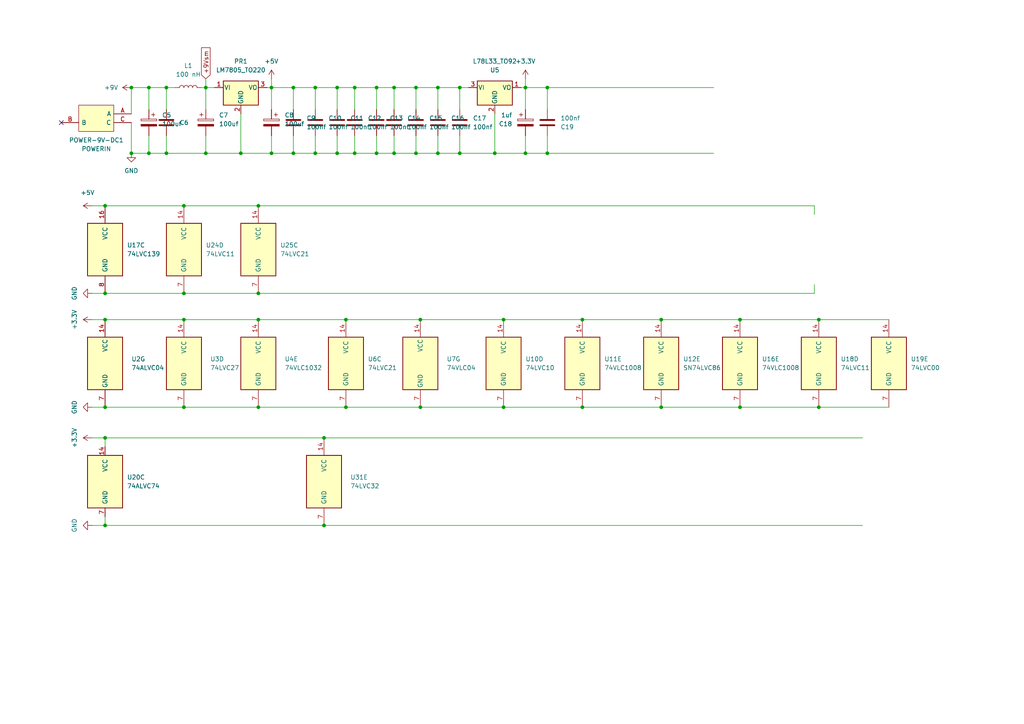
<source format=kicad_sch>
(kicad_sch (version 20211123) (generator eeschema)
  (paper "A4")
  (title_block (title "JupiterAce Z80 plus KIO and new memory format.") (rev "${REVNUM}") (company "Ontobus") (comment 1 "John Bradley") (comment 2 "https://creativecommons.org/licenses/by-nc-sa/4.0/") (comment 3 "Attribution-NonCommercial-ShareAlike 4.0 International License.") (comment 4 "This work is licensed under a Creative Commons "))
  (lib_symbols
    (symbol "74xx-FIX:74LS04"
      (property "Reference" "U" (at 0 1.27 0))
      (property "Value" "74LS04" (at 0 -1.27 0))
      (symbol "74LS04_1_0"
        (pin input line (at -7.62 0 0) (length 3.81) (name "~") (number "1"))
        (pin output inverted (at 7.62 0 180) (length 3.81) (name "~") (number "2"))
      )
      (symbol "74LS04_2_0"
        (pin input line (at -7.62 0 0) (length 3.81) (name "~") (number "3"))
        (pin output inverted (at 7.62 0 180) (length 3.81) (name "~") (number "4"))
      )
      (symbol "74LS04_3_0"
        (pin input line (at -7.62 0 0) (length 3.81) (name "~") (number "5"))
        (pin output inverted (at 7.62 0 180) (length 3.81) (name "~") (number "6"))
      )
      (symbol "74LS04_4_0"
        (pin output inverted (at 7.62 0 180) (length 3.81) (name "~") (number "8"))
        (pin input line (at -7.62 0 0) (length 3.81) (name "~") (number "9"))
      )
      (symbol "74LS04_5_0"
        (pin output inverted (at 7.62 0 180) (length 3.81) (name "~") (number "10"))
        (pin input line (at -7.62 0 0) (length 3.81) (name "~") (number "11"))
      )
      (symbol "74LS04_6_0"
        (pin output inverted (at 7.62 0 180) (length 3.81) (name "~") (number "12"))
        (pin input line (at -7.62 0 0) (length 3.81) (name "~") (number "13"))
      )
      (symbol "74LS04_7_0"
        (pin power_in line (at 0 12.7 270) (length 5.08) (name "VCC") (number "14"))
        (pin power_in line (at 0 -12.7 90) (length 5.08) (name "GND") (number "7"))
      )
    )
    (symbol "74xx-FIX:74LS10" (pin_names (offset 1.016))
      (property "Reference" "U" (at 0 1.27 0))
      (property "Value" "74LS10" (at 0 -1.27 0))
      (symbol "74LS10_1_1"
        (pin input line (at -7.62 2.54 0) (length 3.81) (name "~") (number "1"))
        (pin output inverted (at 7.62 0 180) (length 3.81) (name "~") (number "12"))
        (pin input line (at -7.62 -2.54 0) (length 3.81) (name "~") (number "13"))
        (pin input line (at -7.62 0 0) (length 3.81) (name "~") (number "2"))
      )
      (symbol "74LS10_1_2"
        (pin input inverted (at -7.62 2.54 0) (length 4.318) (name "~") (number "1"))
        (pin output line (at 7.62 0 180) (length 3.81) (name "~") (number "12"))
        (pin input inverted (at -7.62 -2.54 0) (length 4.318) (name "~") (number "13"))
        (pin input inverted (at -7.62 0 0) (length 4.953) (name "~") (number "2"))
      )
      (symbol "74LS10_2_1"
        (pin input line (at -7.62 2.54 0) (length 3.81) (name "~") (number "3"))
        (pin input line (at -7.62 0 0) (length 3.81) (name "~") (number "4"))
        (pin input line (at -7.62 -2.54 0) (length 3.81) (name "~") (number "5"))
        (pin output inverted (at 7.62 0 180) (length 3.81) (name "~") (number "6"))
      )
      (symbol "74LS10_2_2"
        (pin input inverted (at -7.62 2.54 0) (length 4.318) (name "~") (number "3"))
        (pin input inverted (at -7.62 0 0) (length 4.953) (name "~") (number "4"))
        (pin input inverted (at -7.62 -2.54 0) (length 4.318) (name "~") (number "5"))
        (pin output line (at 7.62 0 180) (length 3.81) (name "~") (number "6"))
      )
      (symbol "74LS10_3_1"
        (pin input line (at -7.62 0 0) (length 3.81) (name "~") (number "10"))
        (pin input line (at -7.62 -2.54 0) (length 3.81) (name "~") (number "11"))
        (pin output inverted (at 7.62 0 180) (length 3.81) (name "~") (number "8"))
        (pin input line (at -7.62 2.54 0) (length 3.81) (name "~") (number "9"))
      )
      (symbol "74LS10_3_2"
        (pin input inverted (at -7.62 0 0) (length 4.953) (name "~") (number "10"))
        (pin input inverted (at -7.62 -2.54 0) (length 4.318) (name "~") (number "11"))
        (pin output line (at 7.62 0 180) (length 3.81) (name "~") (number "8"))
        (pin input inverted (at -7.62 2.54 0) (length 4.318) (name "~") (number "9"))
      )
      (symbol "74LS10_4_0"
        (pin power_in line (at 0 12.7 270) (length 5.08) (name "VCC") (number "14"))
        (pin power_in line (at 0 -12.7 90) (length 5.08) (name "GND") (number "7"))
      )
    )
    (symbol "74xx-FIX:74LS21" (pin_names (offset 1.016))
      (property "Reference" "U" (at 0 1.27 0))
      (property "Value" "74LS21" (at 0 -1.27 0))
      (symbol "74LS21_1_0"
        (pin no_connect line (at 2.54 -2.54 180) (length 2.54) hide (name "") (number "11"))
        (pin no_connect line (at 2.54 -1.27 180) (length 2.54) hide (name "") (number "3"))
      )
      (symbol "74LS21_1_1"
        (pin input line (at -7.62 3.81 0) (length 3.81) (name "~") (number "1"))
        (pin input line (at -7.62 1.27 0) (length 3.81) (name "~") (number "2"))
        (pin input line (at -7.62 -1.27 0) (length 3.81) (name "~") (number "4"))
        (pin input line (at -7.62 -3.81 0) (length 3.81) (name "~") (number "5"))
        (pin output line (at 7.62 0 180) (length 3.81) (name "~") (number "6"))
      )
      (symbol "74LS21_1_2"
        (pin input inverted (at -7.62 3.81 0) (length 3.81) (name "~") (number "1"))
        (pin input inverted (at -7.62 1.27 0) (length 4.826) (name "~") (number "2"))
        (pin input inverted (at -7.62 -1.27 0) (length 4.826) (name "~") (number "4"))
        (pin input inverted (at -7.62 -3.81 0) (length 3.81) (name "~") (number "5"))
        (pin output inverted (at 7.62 0 180) (length 3.81) (name "~") (number "6"))
      )
      (symbol "74LS21_2_1"
        (pin input line (at -7.62 1.27 0) (length 3.81) (name "~") (number "10"))
        (pin input line (at -7.62 -1.27 0) (length 3.81) (name "~") (number "12"))
        (pin input line (at -7.62 -3.81 0) (length 3.81) (name "~") (number "13"))
        (pin output line (at 7.62 0 180) (length 3.81) (name "~") (number "8"))
        (pin input line (at -7.62 3.81 0) (length 3.81) (name "~") (number "9"))
      )
      (symbol "74LS21_2_2"
        (pin input inverted (at -7.62 1.27 0) (length 4.826) (name "~") (number "10"))
        (pin input inverted (at -7.62 -1.27 0) (length 4.826) (name "~") (number "12"))
        (pin input inverted (at -7.62 -3.81 0) (length 3.81) (name "~") (number "13"))
        (pin output inverted (at 7.62 0 180) (length 3.81) (name "~") (number "8"))
        (pin input inverted (at -7.62 3.81 0) (length 3.81) (name "~") (number "9"))
      )
      (symbol "74LS21_3_0"
        (pin power_in line (at 0 12.7 270) (length 5.08) (name "VCC") (number "14"))
        (pin power_in line (at 0 -12.7 90) (length 5.08) (name "GND") (number "7"))
      )
    )
    (symbol "74xx-FIX:74LS27" (pin_names (offset 1.016))
      (property "Reference" "U" (at 0 1.27 0))
      (property "Value" "74LS27" (at 0 -1.27 0))
      (symbol "74LS27_1_1"
        (pin input line (at -7.62 2.54 0) (length 4.318) (name "~") (number "1"))
        (pin output inverted (at 7.62 0 180) (length 3.81) (name "~") (number "12"))
        (pin input line (at -7.62 -2.54 0) (length 4.318) (name "~") (number "13"))
        (pin input line (at -7.62 0 0) (length 4.953) (name "~") (number "2"))
      )
      (symbol "74LS27_1_2"
        (pin input inverted (at -7.62 2.54 0) (length 3.81) (name "~") (number "1"))
        (pin output line (at 7.62 0 180) (length 3.81) (name "~") (number "12"))
        (pin input inverted (at -7.62 -2.54 0) (length 3.81) (name "~") (number "13"))
        (pin input inverted (at -7.62 0 0) (length 3.81) (name "~") (number "2"))
      )
      (symbol "74LS27_2_1"
        (pin input line (at -7.62 2.54 0) (length 4.318) (name "~") (number "3"))
        (pin input line (at -7.62 0 0) (length 4.953) (name "~") (number "4"))
        (pin input line (at -7.62 -2.54 0) (length 4.318) (name "~") (number "5"))
        (pin output inverted (at 7.62 0 180) (length 3.81) (name "~") (number "6"))
      )
      (symbol "74LS27_2_2"
        (pin input inverted (at -7.62 2.54 0) (length 3.81) (name "~") (number "3"))
        (pin input inverted (at -7.62 0 0) (length 3.81) (name "~") (number "4"))
        (pin input inverted (at -7.62 -2.54 0) (length 3.81) (name "~") (number "5"))
        (pin output line (at 7.62 0 180) (length 3.81) (name "~") (number "6"))
      )
      (symbol "74LS27_3_1"
        (pin input line (at -7.62 0 0) (length 4.953) (name "~") (number "10"))
        (pin input line (at -7.62 -2.54 0) (length 4.318) (name "~") (number "11"))
        (pin output inverted (at 7.62 0 180) (length 3.81) (name "~") (number "8"))
        (pin input line (at -7.62 2.54 0) (length 4.318) (name "~") (number "9"))
      )
      (symbol "74LS27_3_2"
        (pin input inverted (at -7.62 0 0) (length 3.81) (name "~") (number "10"))
        (pin input inverted (at -7.62 -2.54 0) (length 3.81) (name "~") (number "11"))
        (pin output line (at 7.62 0 180) (length 3.81) (name "~") (number "8"))
        (pin input inverted (at -7.62 2.54 0) (length 3.81) (name "~") (number "9"))
      )
      (symbol "74LS27_4_0"
        (pin power_in line (at 0 12.7 270) (length 5.08) (name "VCC") (number "14"))
        (pin power_in line (at 0 -12.7 90) (length 5.08) (name "GND") (number "7"))
      )
    )
    (symbol "74xx-FIX:74LS32" (pin_names (offset 1.016))
      (property "Reference" "U" (at 0 1.27 0))
      (property "Value" "74LS32" (at 0 -1.27 0))
      (symbol "74LS32_1_1"
        (pin input line (at -7.62 2.54 0) (length 4.318) (name "~") (number "1"))
        (pin input line (at -7.62 -2.54 0) (length 4.318) (name "~") (number "2"))
        (pin output line (at 7.62 0 180) (length 3.81) (name "~") (number "3"))
      )
      (symbol "74LS32_1_2"
        (pin input inverted (at -7.62 2.54 0) (length 3.81) (name "~") (number "1"))
        (pin input inverted (at -7.62 -2.54 0) (length 3.81) (name "~") (number "2"))
        (pin output inverted (at 7.62 0 180) (length 3.81) (name "~") (number "3"))
      )
      (symbol "74LS32_2_1"
        (pin input line (at -7.62 2.54 0) (length 4.318) (name "~") (number "4"))
        (pin input line (at -7.62 -2.54 0) (length 4.318) (name "~") (number "5"))
        (pin output line (at 7.62 0 180) (length 3.81) (name "~") (number "6"))
      )
      (symbol "74LS32_2_2"
        (pin input inverted (at -7.62 2.54 0) (length 3.81) (name "~") (number "4"))
        (pin input inverted (at -7.62 -2.54 0) (length 3.81) (name "~") (number "5"))
        (pin output inverted (at 7.62 0 180) (length 3.81) (name "~") (number "6"))
      )
      (symbol "74LS32_3_1"
        (pin input line (at -7.62 -2.54 0) (length 4.318) (name "~") (number "10"))
        (pin output line (at 7.62 0 180) (length 3.81) (name "~") (number "8"))
        (pin input line (at -7.62 2.54 0) (length 4.318) (name "~") (number "9"))
      )
      (symbol "74LS32_3_2"
        (pin input inverted (at -7.62 -2.54 0) (length 3.81) (name "~") (number "10"))
        (pin output inverted (at 7.62 0 180) (length 3.81) (name "~") (number "8"))
        (pin input inverted (at -7.62 2.54 0) (length 3.81) (name "~") (number "9"))
      )
      (symbol "74LS32_4_1"
        (pin output line (at 7.62 0 180) (length 3.81) (name "~") (number "11"))
        (pin input line (at -7.62 2.54 0) (length 4.318) (name "~") (number "12"))
        (pin input line (at -7.62 -2.54 0) (length 4.318) (name "~") (number "13"))
      )
      (symbol "74LS32_4_2"
        (pin output inverted (at 7.62 0 180) (length 3.81) (name "~") (number "11"))
        (pin input inverted (at -7.62 2.54 0) (length 3.81) (name "~") (number "12"))
        (pin input inverted (at -7.62 -2.54 0) (length 3.81) (name "~") (number "13"))
      )
      (symbol "74LS32_5_0"
        (pin power_in line (at 0 12.7 270) (length 5.08) (name "VCC") (number "14"))
        (pin power_in line (at 0 -12.7 90) (length 5.08) (name "GND") (number "7"))
      )
    )
    (symbol "74xx:74LS00" (pin_names (offset 1.016))
      (property "Reference" "U" (at 0 1.27 0))
      (property "Value" "74LS00" (at 0 -1.27 0))
      (symbol "74LS00_1_1"
        (pin input line (at -7.62 2.54 0) (length 3.81) (name "~") (number "1"))
        (pin input line (at -7.62 -2.54 0) (length 3.81) (name "~") (number "2"))
        (pin output inverted (at 7.62 0 180) (length 3.81) (name "~") (number "3"))
      )
      (symbol "74LS00_1_2"
        (pin input inverted (at -7.62 2.54 0) (length 4.318) (name "~") (number "1"))
        (pin input inverted (at -7.62 -2.54 0) (length 4.318) (name "~") (number "2"))
        (pin output line (at 7.62 0 180) (length 3.81) (name "~") (number "3"))
      )
      (symbol "74LS00_2_1"
        (pin input line (at -7.62 2.54 0) (length 3.81) (name "~") (number "4"))
        (pin input line (at -7.62 -2.54 0) (length 3.81) (name "~") (number "5"))
        (pin output inverted (at 7.62 0 180) (length 3.81) (name "~") (number "6"))
      )
      (symbol "74LS00_2_2"
        (pin input inverted (at -7.62 2.54 0) (length 4.318) (name "~") (number "4"))
        (pin input inverted (at -7.62 -2.54 0) (length 4.318) (name "~") (number "5"))
        (pin output line (at 7.62 0 180) (length 3.81) (name "~") (number "6"))
      )
      (symbol "74LS00_3_1"
        (pin input line (at -7.62 -2.54 0) (length 3.81) (name "~") (number "10"))
        (pin output inverted (at 7.62 0 180) (length 3.81) (name "~") (number "8"))
        (pin input line (at -7.62 2.54 0) (length 3.81) (name "~") (number "9"))
      )
      (symbol "74LS00_3_2"
        (pin input inverted (at -7.62 -2.54 0) (length 4.318) (name "~") (number "10"))
        (pin output line (at 7.62 0 180) (length 3.81) (name "~") (number "8"))
        (pin input inverted (at -7.62 2.54 0) (length 4.318) (name "~") (number "9"))
      )
      (symbol "74LS00_4_1"
        (pin output inverted (at 7.62 0 180) (length 3.81) (name "~") (number "11"))
        (pin input line (at -7.62 2.54 0) (length 3.81) (name "~") (number "12"))
        (pin input line (at -7.62 -2.54 0) (length 3.81) (name "~") (number "13"))
      )
      (symbol "74LS00_4_2"
        (pin output line (at 7.62 0 180) (length 3.81) (name "~") (number "11"))
        (pin input inverted (at -7.62 2.54 0) (length 4.318) (name "~") (number "12"))
        (pin input inverted (at -7.62 -2.54 0) (length 4.318) (name "~") (number "13"))
      )
      (symbol "74LS00_5_0"
        (pin power_in line (at 0 12.7 270) (length 5.08) (name "VCC") (number "14"))
        (pin power_in line (at 0 -12.7 90) (length 5.08) (name "GND") (number "7"))
      )
    )
    (symbol "74xx:74LS04"
      (property "Reference" "U" (at 0 1.27 0))
      (property "Value" "74LS04" (at 0 -1.27 0))
      (symbol "74LS04_1_0"
        (pin input line (at -7.62 0 0) (length 3.81) (name "~") (number "1"))
        (pin output inverted (at 7.62 0 180) (length 3.81) (name "~") (number "2"))
      )
      (symbol "74LS04_2_0"
        (pin input line (at -7.62 0 0) (length 3.81) (name "~") (number "3"))
        (pin output inverted (at 7.62 0 180) (length 3.81) (name "~") (number "4"))
      )
      (symbol "74LS04_3_0"
        (pin input line (at -7.62 0 0) (length 3.81) (name "~") (number "5"))
        (pin output inverted (at 7.62 0 180) (length 3.81) (name "~") (number "6"))
      )
      (symbol "74LS04_4_0"
        (pin output inverted (at 7.62 0 180) (length 3.81) (name "~") (number "8"))
        (pin input line (at -7.62 0 0) (length 3.81) (name "~") (number "9"))
      )
      (symbol "74LS04_5_0"
        (pin output inverted (at 7.62 0 180) (length 3.81) (name "~") (number "10"))
        (pin input line (at -7.62 0 0) (length 3.81) (name "~") (number "11"))
      )
      (symbol "74LS04_6_0"
        (pin output inverted (at 7.62 0 180) (length 3.81) (name "~") (number "12"))
        (pin input line (at -7.62 0 0) (length 3.81) (name "~") (number "13"))
      )
      (symbol "74LS04_7_0"
        (pin power_in line (at 0 12.7 270) (length 5.08) (name "VCC") (number "14"))
        (pin power_in line (at 0 -12.7 90) (length 5.08) (name "GND") (number "7"))
      )
    )
    (symbol "74xx:74LS08" (pin_names (offset 1.016))
      (property "Reference" "U" (at 0 1.27 0))
      (property "Value" "74LS08" (at 0 -1.27 0))
      (symbol "74LS08_1_1"
        (pin input line (at -7.62 2.54 0) (length 3.81) (name "~") (number "1"))
        (pin input line (at -7.62 -2.54 0) (length 3.81) (name "~") (number "2"))
        (pin output line (at 7.62 0 180) (length 3.81) (name "~") (number "3"))
      )
      (symbol "74LS08_1_2"
        (pin input inverted (at -7.62 2.54 0) (length 4.318) (name "~") (number "1"))
        (pin input inverted (at -7.62 -2.54 0) (length 4.318) (name "~") (number "2"))
        (pin output inverted (at 7.62 0 180) (length 3.81) (name "~") (number "3"))
      )
      (symbol "74LS08_2_1"
        (pin input line (at -7.62 2.54 0) (length 3.81) (name "~") (number "4"))
        (pin input line (at -7.62 -2.54 0) (length 3.81) (name "~") (number "5"))
        (pin output line (at 7.62 0 180) (length 3.81) (name "~") (number "6"))
      )
      (symbol "74LS08_2_2"
        (pin input inverted (at -7.62 2.54 0) (length 4.318) (name "~") (number "4"))
        (pin input inverted (at -7.62 -2.54 0) (length 4.318) (name "~") (number "5"))
        (pin output inverted (at 7.62 0 180) (length 3.81) (name "~") (number "6"))
      )
      (symbol "74LS08_3_1"
        (pin input line (at -7.62 -2.54 0) (length 3.81) (name "~") (number "10"))
        (pin output line (at 7.62 0 180) (length 3.81) (name "~") (number "8"))
        (pin input line (at -7.62 2.54 0) (length 3.81) (name "~") (number "9"))
      )
      (symbol "74LS08_3_2"
        (pin input inverted (at -7.62 -2.54 0) (length 4.318) (name "~") (number "10"))
        (pin output inverted (at 7.62 0 180) (length 3.81) (name "~") (number "8"))
        (pin input inverted (at -7.62 2.54 0) (length 4.318) (name "~") (number "9"))
      )
      (symbol "74LS08_4_1"
        (pin output line (at 7.62 0 180) (length 3.81) (name "~") (number "11"))
        (pin input line (at -7.62 2.54 0) (length 3.81) (name "~") (number "12"))
        (pin input line (at -7.62 -2.54 0) (length 3.81) (name "~") (number "13"))
      )
      (symbol "74LS08_4_2"
        (pin output inverted (at 7.62 0 180) (length 3.81) (name "~") (number "11"))
        (pin input inverted (at -7.62 2.54 0) (length 4.318) (name "~") (number "12"))
        (pin input inverted (at -7.62 -2.54 0) (length 4.318) (name "~") (number "13"))
      )
      (symbol "74LS08_5_0"
        (pin power_in line (at 0 12.7 270) (length 5.08) (name "VCC") (number "14"))
        (pin power_in line (at 0 -12.7 90) (length 5.08) (name "GND") (number "7"))
      )
    )
    (symbol "74xx:74LS11" (pin_names (offset 1.016))
      (property "Reference" "U" (at 0 1.27 0))
      (property "Value" "74LS11" (at 0 -1.27 0))
      (symbol "74LS11_1_1"
        (pin input line (at -7.62 2.54 0) (length 3.81) (name "~") (number "1"))
        (pin output line (at 7.62 0 180) (length 3.81) (name "~") (number "12"))
        (pin input line (at -7.62 -2.54 0) (length 3.81) (name "~") (number "13"))
        (pin input line (at -7.62 0 0) (length 3.81) (name "~") (number "2"))
      )
      (symbol "74LS11_1_2"
        (pin input inverted (at -7.62 2.54 0) (length 4.318) (name "~") (number "1"))
        (pin output inverted (at 7.62 0 180) (length 3.81) (name "~") (number "12"))
        (pin input inverted (at -7.62 -2.54 0) (length 4.318) (name "~") (number "13"))
        (pin input inverted (at -7.62 0 0) (length 4.953) (name "~") (number "2"))
      )
      (symbol "74LS11_2_1"
        (pin input line (at -7.62 2.54 0) (length 3.81) (name "~") (number "3"))
        (pin input line (at -7.62 0 0) (length 3.81) (name "~") (number "4"))
        (pin input line (at -7.62 -2.54 0) (length 3.81) (name "~") (number "5"))
        (pin output line (at 7.62 0 180) (length 3.81) (name "~") (number "6"))
      )
      (symbol "74LS11_2_2"
        (pin input inverted (at -7.62 2.54 0) (length 4.318) (name "~") (number "3"))
        (pin input inverted (at -7.62 0 0) (length 4.953) (name "~") (number "4"))
        (pin input inverted (at -7.62 -2.54 0) (length 4.318) (name "~") (number "5"))
        (pin output inverted (at 7.62 0 180) (length 3.81) (name "~") (number "6"))
      )
      (symbol "74LS11_3_1"
        (pin input line (at -7.62 0 0) (length 3.81) (name "~") (number "10"))
        (pin input line (at -7.62 -2.54 0) (length 3.81) (name "~") (number "11"))
        (pin output line (at 7.62 0 180) (length 3.81) (name "~") (number "8"))
        (pin input line (at -7.62 2.54 0) (length 3.81) (name "~") (number "9"))
      )
      (symbol "74LS11_3_2"
        (pin input inverted (at -7.62 0 0) (length 4.953) (name "~") (number "10"))
        (pin input inverted (at -7.62 -2.54 0) (length 4.318) (name "~") (number "11"))
        (pin output inverted (at 7.62 0 180) (length 3.81) (name "~") (number "8"))
        (pin input inverted (at -7.62 2.54 0) (length 4.318) (name "~") (number "9"))
      )
      (symbol "74LS11_4_0"
        (pin power_in line (at 0 12.7 270) (length 5.08) (name "VCC") (number "14"))
        (pin power_in line (at 0 -12.7 90) (length 5.08) (name "GND") (number "7"))
      )
    )
    (symbol "74xx:74LS139" (pin_names (offset 1.016))
      (property "Reference" "U" (at -7.62 8.89 0))
      (property "Value" "74LS139" (at -7.62 -8.89 0))
      (symbol "74LS139_1_0"
        (pin input inverted (at -12.7 -5.08 0) (length 5.08) (name "E") (number "1"))
        (pin input line (at -12.7 0 0) (length 5.08) (name "A0") (number "2"))
        (pin input line (at -12.7 2.54 0) (length 5.08) (name "A1") (number "3"))
        (pin output inverted (at 12.7 2.54 180) (length 5.08) (name "O0") (number "4"))
        (pin output inverted (at 12.7 0 180) (length 5.08) (name "O1") (number "5"))
        (pin output inverted (at 12.7 -2.54 180) (length 5.08) (name "O2") (number "6"))
        (pin output inverted (at 12.7 -5.08 180) (length 5.08) (name "O3") (number "7"))
      )
      (symbol "74LS139_2_0"
        (pin output inverted (at 12.7 -2.54 180) (length 5.08) (name "O2") (number "10"))
        (pin output inverted (at 12.7 0 180) (length 5.08) (name "O1") (number "11"))
        (pin output inverted (at 12.7 2.54 180) (length 5.08) (name "O0") (number "12"))
        (pin input line (at -12.7 2.54 0) (length 5.08) (name "A1") (number "13"))
        (pin input line (at -12.7 0 0) (length 5.08) (name "A0") (number "14"))
        (pin input inverted (at -12.7 -5.08 0) (length 5.08) (name "E") (number "15"))
        (pin output inverted (at 12.7 -5.08 180) (length 5.08) (name "O3") (number "9"))
      )
      (symbol "74LS139_3_0"
        (pin power_in line (at 0 12.7 270) (length 5.08) (name "VCC") (number "16"))
        (pin power_in line (at 0 -12.7 90) (length 5.08) (name "GND") (number "8"))
      )
    )
    (symbol "74xx:74LS74" (pin_names (offset 1.016))
      (property "Reference" "U" (at -7.62 8.89 0))
      (property "Value" "74LS74" (at -7.62 -8.89 0))
      (symbol "74LS74_1_0"
        (pin input line (at 0 -7.62 90) (length 2.54) (name "~{R}") (number "1"))
        (pin input line (at -7.62 2.54 0) (length 2.54) (name "D") (number "2"))
        (pin input clock (at -7.62 0 0) (length 2.54) (name "C") (number "3"))
        (pin input line (at 0 7.62 270) (length 2.54) (name "~{S}") (number "4"))
        (pin output line (at 7.62 2.54 180) (length 2.54) (name "Q") (number "5"))
        (pin output line (at 7.62 -2.54 180) (length 2.54) (name "~{Q}") (number "6"))
      )
      (symbol "74LS74_2_0"
        (pin input line (at 0 7.62 270) (length 2.54) (name "~{S}") (number "10"))
        (pin input clock (at -7.62 0 0) (length 2.54) (name "C") (number "11"))
        (pin input line (at -7.62 2.54 0) (length 2.54) (name "D") (number "12"))
        (pin input line (at 0 -7.62 90) (length 2.54) (name "~{R}") (number "13"))
        (pin output line (at 7.62 -2.54 180) (length 2.54) (name "~{Q}") (number "8"))
        (pin output line (at 7.62 2.54 180) (length 2.54) (name "Q") (number "9"))
      )
      (symbol "74LS74_3_0"
        (pin power_in line (at 0 10.16 270) (length 2.54) (name "VCC") (number "14"))
        (pin power_in line (at 0 -10.16 90) (length 2.54) (name "GND") (number "7"))
      )
    )
    (symbol "74xx:74LS86" (pin_names (offset 1.016))
      (property "Reference" "U" (at 0 1.27 0))
      (property "Value" "74LS86" (at 0 -1.27 0))
      (symbol "74LS86_1_0"
        (pin input line (at -7.62 2.54 0) (length 4.445) (name "~") (number "1"))
        (pin input line (at -7.62 -2.54 0) (length 4.445) (name "~") (number "2"))
        (pin output line (at 7.62 0 180) (length 3.81) (name "~") (number "3"))
      )
      (symbol "74LS86_2_0"
        (pin input line (at -7.62 2.54 0) (length 4.445) (name "~") (number "4"))
        (pin input line (at -7.62 -2.54 0) (length 4.445) (name "~") (number "5"))
        (pin output line (at 7.62 0 180) (length 3.81) (name "~") (number "6"))
      )
      (symbol "74LS86_3_0"
        (pin input line (at -7.62 -2.54 0) (length 4.445) (name "~") (number "10"))
        (pin output line (at 7.62 0 180) (length 3.81) (name "~") (number "8"))
        (pin input line (at -7.62 2.54 0) (length 4.445) (name "~") (number "9"))
      )
      (symbol "74LS86_4_0"
        (pin output line (at 7.62 0 180) (length 3.81) (name "~") (number "11"))
        (pin input line (at -7.62 2.54 0) (length 4.445) (name "~") (number "12"))
        (pin input line (at -7.62 -2.54 0) (length 4.445) (name "~") (number "13"))
      )
      (symbol "74LS86_5_0"
        (pin power_in line (at 0 12.7 270) (length 5.08) (name "VCC") (number "14"))
        (pin power_in line (at 0 -12.7 90) (length 5.08) (name "GND") (number "7"))
      )
    )
    (symbol "Device:C" (pin_numbers hide) (pin_names (offset 0.254))
      (property "Reference" "C" (at 0.635 2.54 0))
      (property "Value" "C" (at 0.635 -2.54 0))
      (symbol "C_1_1"
        (pin passive line (at 0 3.81 270) (length 2.794) (name "~") (number "1"))
        (pin passive line (at 0 -3.81 90) (length 2.794) (name "~") (number "2"))
      )
    )
    (symbol "Device:C_Polarized" (pin_numbers hide) (pin_names (offset 0.254))
      (property "Reference" "C" (at 0.635 2.54 0))
      (property "Value" "C_Polarized" (at 0.635 -2.54 0))
      (symbol "C_Polarized_1_1"
        (pin passive line (at 0 3.81 270) (length 2.794) (name "~") (number "1"))
        (pin passive line (at 0 -3.81 90) (length 2.794) (name "~") (number "2"))
      )
    )
    (symbol "ExtraSymbols:163-179PH-EX" (pin_names (offset 0.762))
      (property "Reference" "J" (at 16.51 7.62 0))
      (property "Value" "163-179PH-EX" (at 16.51 5.08 0))
      (symbol "163-179PH-EX_0_0"
        (pin power_out line (at 20.32 -2.54 180) (length 5.08) (name "A") (number "A"))
        (pin power_out line (at 0 0 0) (length 5.08) (name "B") (number "B"))
        (pin power_out line (at 20.32 0 180) (length 5.08) (name "C") (number "C"))
      )
    )
    (symbol "ExtraSymbols:L(PSU)" (pin_numbers hide) (pin_names (offset 1.016) hide)
      (property "Reference" "L" (at -1.27 0 90))
      (property "Value" "L(PSU)" (at 1.905 0 90))
      (symbol "L(PSU)_1_1"
        (pin power_in line (at 0 3.81 270) (length 1.27) (name "1") (number "1"))
        (pin power_out line (at 0 -3.81 90) (length 1.27) (name "2") (number "2"))
      )
    )
    (symbol "Regulator_Linear:L78L33_TO92" (pin_names (offset 0.254))
      (property "Reference" "U" (at -3.81 3.175 0))
      (property "Value" "L78L33_TO92" (at 0 3.175 0))
      (symbol "L78L33_TO92_1_1"
        (pin power_out line (at 7.62 0 180) (length 2.54) (name "VO") (number "1"))
        (pin power_in line (at 0 -7.62 90) (length 2.54) (name "GND") (number "2"))
        (pin power_in line (at -7.62 0 0) (length 2.54) (name "VI") (number "3"))
      )
    )
    (symbol "Regulator_Linear:LM7805_TO220" (pin_names (offset 0.254))
      (property "Reference" "U" (at -3.81 3.175 0))
      (property "Value" "LM7805_TO220" (at 0 3.175 0))
      (symbol "LM7805_TO220_1_1"
        (pin power_in line (at -7.62 0 0) (length 2.54) (name "VI") (number "1"))
        (pin power_in line (at 0 -7.62 90) (length 2.54) (name "GND") (number "2"))
        (pin power_out line (at 7.62 0 180) (length 2.54) (name "VO") (number "3"))
      )
    )
    (symbol "power:+3.3V" (power) (pin_names (offset 0))
      (property "Value" "+3.3V" (at 0 3.556 0))
      (symbol "+3.3V_1_1"
        (pin power_in line (at 0 0 90) (length 0) hide (name "+3.3V") (number "1"))
      )
    )
    (symbol "power:+5V" (power) (pin_names (offset 0))
      (property "Value" "+5V" (at 0 3.556 0))
      (symbol "+5V_1_1"
        (pin power_in line (at 0 0 90) (length 0) hide (name "+5V") (number "1"))
      )
    )
    (symbol "power:+9V" (power) (pin_names (offset 0))
      (property "Value" "+9V" (at 0 3.556 0))
      (symbol "+9V_1_1"
        (pin power_in line (at 0 0 90) (length 0) hide (name "+9V") (number "1"))
      )
    )
    (symbol "power:GND" (power) (pin_names (offset 0))
      (property "Value" "GND" (at 0 -3.81 0))
      (symbol "GND_1_1"
        (pin power_in line (at 0 0 270) (length 0) hide (name "GND") (number "1"))
      )
    )
  )
  (junction (at 109.22 25.4))
  (junction (at 48.26 25.4))
  (junction (at 93.98 127))
  (junction (at 97.79 44.45))
  (junction (at 121.92 92.71))
  (junction (at 214.63 92.71))
  (junction (at 38.1 25.4))
  (junction (at 91.44 44.45))
  (junction (at 158.75 25.4))
  (junction (at 97.79 25.4))
  (junction (at 237.49 118.11))
  (junction (at 237.49 92.71))
  (junction (at 85.09 44.45))
  (junction (at 30.48 127))
  (junction (at 59.69 44.45))
  (junction (at 30.48 85.09))
  (junction (at 74.93 92.71))
  (junction (at 133.35 25.4))
  (junction (at 191.77 92.71))
  (junction (at 168.91 92.71))
  (junction (at 93.98 152.4))
  (junction (at 158.75 44.45))
  (junction (at 120.65 25.4))
  (junction (at 168.91 118.11))
  (junction (at 109.22 44.45))
  (junction (at 100.33 92.71))
  (junction (at 53.34 85.09))
  (junction (at 120.65 44.45))
  (junction (at 152.4 44.45))
  (junction (at 78.74 44.45))
  (junction (at 74.93 85.09))
  (junction (at 133.35 44.45))
  (junction (at 74.93 59.69))
  (junction (at 114.3 25.4))
  (junction (at 53.34 59.69))
  (junction (at 127 44.45))
  (junction (at 78.74 25.4))
  (junction (at 100.33 118.11))
  (junction (at 91.44 25.4))
  (junction (at 191.77 118.11))
  (junction (at 102.87 25.4))
  (junction (at 30.48 92.71))
  (junction (at 43.18 44.45))
  (junction (at 48.26 44.45))
  (junction (at 53.34 118.11))
  (junction (at 69.85 44.45))
  (junction (at 30.48 118.11))
  (junction (at 146.05 92.71))
  (junction (at 59.69 25.4))
  (junction (at 121.92 118.11))
  (junction (at 214.63 118.11))
  (junction (at 146.05 118.11))
  (junction (at 102.87 44.45))
  (junction (at 85.09 25.4))
  (junction (at 143.51 44.45))
  (junction (at 43.18 25.4))
  (junction (at 152.4 25.4))
  (junction (at 74.93 118.11))
  (junction (at 53.34 92.71))
  (junction (at 38.1 44.45))
  (junction (at 114.3 44.45))
  (junction (at 30.48 152.4))
  (junction (at 30.48 59.69))
  (junction (at 127 25.4))
  (no_connect (at 17.78 35.56))
  (wire (pts (xy 53.34 85.09) (xy 74.93 85.09)))
  (wire (pts (xy 109.22 39.37) (xy 109.22 44.45)))
  (wire (pts (xy 158.75 39.37) (xy 158.75 44.45)))
  (wire (pts (xy 127 25.4) (xy 127 31.75)))
  (wire (pts (xy 26.67 118.11) (xy 30.48 118.11)))
  (wire (pts (xy 97.79 25.4) (xy 97.79 31.75)))
  (wire (pts (xy 78.74 31.75) (xy 78.74 25.4)))
  (wire (pts (xy 78.74 39.37) (xy 78.74 44.45)))
  (wire (pts (xy 74.93 85.09) (xy 236.22 85.09)))
  (wire (pts (xy 102.87 25.4) (xy 102.87 31.75)))
  (wire (pts (xy 102.87 44.45) (xy 109.22 44.45)))
  (wire (pts (xy 146.05 92.71) (xy 168.91 92.71)))
  (wire (pts (xy 69.85 33.02) (xy 69.85 44.45)))
  (wire (pts (xy 50.8 25.4) (xy 48.26 25.4)))
  (wire (pts (xy 133.35 44.45) (xy 143.51 44.45)))
  (wire (pts (xy 133.35 25.4) (xy 133.35 31.75)))
  (wire (pts (xy 97.79 25.4) (xy 102.87 25.4)))
  (wire (pts (xy 120.65 25.4) (xy 120.65 31.75)))
  (wire (pts (xy 62.23 25.4) (xy 59.69 25.4)))
  (wire (pts (xy 133.35 39.37) (xy 133.35 44.45)))
  (wire (pts (xy 77.47 25.4) (xy 78.74 25.4)))
  (wire (pts (xy 168.91 92.71) (xy 191.77 92.71)))
  (wire (pts (xy 38.1 25.4) (xy 38.1 33.02)))
  (wire (pts (xy 191.77 92.71) (xy 214.63 92.71)))
  (wire (pts (xy 121.92 92.71) (xy 146.05 92.71)))
  (wire (pts (xy 69.85 44.45) (xy 78.74 44.45)))
  (wire (pts (xy 168.91 118.11) (xy 191.77 118.11)))
  (wire (pts (xy 59.69 39.37) (xy 59.69 44.45)))
  (wire (pts (xy 85.09 25.4) (xy 91.44 25.4)))
  (wire (pts (xy 152.4 44.45) (xy 158.75 44.45)))
  (wire (pts (xy 237.49 92.71) (xy 257.81 92.71)))
  (wire (pts (xy 38.1 35.56) (xy 38.1 44.45)))
  (wire (pts (xy 30.48 127) (xy 93.98 127)))
  (wire (pts (xy 236.22 82.55) (xy 236.22 85.09)))
  (wire (pts (xy 78.74 25.4) (xy 85.09 25.4)))
  (wire (pts (xy 74.93 118.11) (xy 100.33 118.11)))
  (wire (pts (xy 91.44 25.4) (xy 97.79 25.4)))
  (wire (pts (xy 59.69 44.45) (xy 69.85 44.45)))
  (wire (pts (xy 30.48 149.86) (xy 30.48 152.4)))
  (wire (pts (xy 53.34 92.71) (xy 74.93 92.71)))
  (wire (pts (xy 127 39.37) (xy 127 44.45)))
  (wire (pts (xy 158.75 25.4) (xy 158.75 31.75)))
  (wire (pts (xy 26.67 85.09) (xy 30.48 85.09)))
  (wire (pts (xy 120.65 25.4) (xy 127 25.4)))
  (wire (pts (xy 120.65 44.45) (xy 127 44.45)))
  (wire (pts (xy 53.34 59.69) (xy 74.93 59.69)))
  (wire (pts (xy 100.33 92.71) (xy 121.92 92.71)))
  (wire (pts (xy 152.4 25.4) (xy 152.4 22.86)))
  (wire (pts (xy 85.09 44.45) (xy 91.44 44.45)))
  (wire (pts (xy 152.4 39.37) (xy 152.4 44.45)))
  (wire (pts (xy 102.87 39.37) (xy 102.87 44.45)))
  (wire (pts (xy 109.22 25.4) (xy 114.3 25.4)))
  (wire (pts (xy 91.44 39.37) (xy 91.44 44.45)))
  (wire (pts (xy 43.18 44.45) (xy 38.1 44.45)))
  (wire (pts (xy 135.89 25.4) (xy 133.35 25.4)))
  (wire (pts (xy 97.79 44.45) (xy 102.87 44.45)))
  (wire (pts (xy 30.48 59.69) (xy 53.34 59.69)))
  (wire (pts (xy 78.74 44.45) (xy 85.09 44.45)))
  (wire (pts (xy 152.4 25.4) (xy 151.13 25.4)))
  (wire (pts (xy 120.65 39.37) (xy 120.65 44.45)))
  (wire (pts (xy 26.67 59.69) (xy 30.48 59.69)))
  (wire (pts (xy 114.3 25.4) (xy 114.3 31.75)))
  (wire (pts (xy 48.26 44.45) (xy 43.18 44.45)))
  (wire (pts (xy 26.67 127) (xy 30.48 127)))
  (wire (pts (xy 43.18 39.37) (xy 43.18 44.45)))
  (wire (pts (xy 214.63 92.71) (xy 237.49 92.71)))
  (wire (pts (xy 158.75 44.45) (xy 207.01 44.45)))
  (wire (pts (xy 143.51 44.45) (xy 143.51 33.02)))
  (wire (pts (xy 43.18 25.4) (xy 48.26 25.4)))
  (wire (pts (xy 58.42 25.4) (xy 59.69 25.4)))
  (wire (pts (xy 74.93 92.71) (xy 100.33 92.71)))
  (wire (pts (xy 91.44 44.45) (xy 97.79 44.45)))
  (wire (pts (xy 59.69 25.4) (xy 59.69 31.75)))
  (wire (pts (xy 236.22 62.23) (xy 236.22 59.69)))
  (wire (pts (xy 114.3 25.4) (xy 120.65 25.4)))
  (wire (pts (xy 143.51 44.45) (xy 152.4 44.45)))
  (wire (pts (xy 191.77 118.11) (xy 214.63 118.11)))
  (wire (pts (xy 26.67 152.4) (xy 30.48 152.4)))
  (wire (pts (xy 109.22 44.45) (xy 114.3 44.45)))
  (wire (pts (xy 59.69 22.86) (xy 59.69 25.4)))
  (wire (pts (xy 93.98 127) (xy 250.19 127)))
  (wire (pts (xy 26.67 92.71) (xy 30.48 92.71)))
  (wire (pts (xy 127 44.45) (xy 133.35 44.45)))
  (wire (pts (xy 30.48 92.71) (xy 53.34 92.71)))
  (wire (pts (xy 121.92 118.11) (xy 146.05 118.11)))
  (wire (pts (xy 114.3 39.37) (xy 114.3 44.45)))
  (wire (pts (xy 53.34 118.11) (xy 74.93 118.11)))
  (wire (pts (xy 48.26 25.4) (xy 48.26 31.75)))
  (wire (pts (xy 30.48 127) (xy 30.48 129.54)))
  (wire (pts (xy 97.79 39.37) (xy 97.79 44.45)))
  (wire (pts (xy 74.93 59.69) (xy 236.22 59.69)))
  (wire (pts (xy 127 25.4) (xy 133.35 25.4)))
  (wire (pts (xy 85.09 39.37) (xy 85.09 44.45)))
  (wire (pts (xy 152.4 31.75) (xy 152.4 25.4)))
  (wire (pts (xy 93.98 152.4) (xy 250.19 152.4)))
  (wire (pts (xy 38.1 25.4) (xy 43.18 25.4)))
  (wire (pts (xy 30.48 85.09) (xy 53.34 85.09)))
  (wire (pts (xy 114.3 44.45) (xy 120.65 44.45)))
  (wire (pts (xy 43.18 31.75) (xy 43.18 25.4)))
  (wire (pts (xy 214.63 118.11) (xy 237.49 118.11)))
  (wire (pts (xy 30.48 118.11) (xy 53.34 118.11)))
  (wire (pts (xy 30.48 152.4) (xy 93.98 152.4)))
  (wire (pts (xy 85.09 25.4) (xy 85.09 31.75)))
  (wire (pts (xy 109.22 25.4) (xy 109.22 31.75)))
  (wire (pts (xy 59.69 44.45) (xy 48.26 44.45)))
  (wire (pts (xy 102.87 25.4) (xy 109.22 25.4)))
  (wire (pts (xy 78.74 22.86) (xy 78.74 25.4)))
  (wire (pts (xy 100.33 118.11) (xy 121.92 118.11)))
  (wire (pts (xy 237.49 118.11) (xy 257.81 118.11)))
  (wire (pts (xy 152.4 25.4) (xy 158.75 25.4)))
  (wire (pts (xy 146.05 118.11) (xy 168.91 118.11)))
  (wire (pts (xy 91.44 25.4) (xy 91.44 31.75)))
  (wire (pts (xy 158.75 25.4) (xy 207.01 25.4)))
  (wire (pts (xy 48.26 39.37) (xy 48.26 44.45)))
  (global_label "+9Vsm" (shape input) (at 59.69 22.86 90) (property "Intersheetrefs" "${INTERSHEET_REFS}" (at 59.6106 13.9439 90) (effects (justify left))))
  (symbol (lib_id "Device:C") (at 97.79 35.56 0) (unit 1)
    (property "Reference" "C11" (at 101.6 34.2899 0) (effects (justify left)))
    (property "Value" "100nf" (at 101.6 36.8299 0) (effects (justify left)))
    (property "Footprint" "Capacitor_THT:C_Disc_D3.0mm_W1.6mm_P2.50mm" (effects hide))
    (property "Description" "Vishay 100nF Multilayer Ceramic Capacitor MLCC 50V dc +~-10% X7R Dielectric Radial, Max. Temp. +125C" (effects hide))
    (property "Height" "3" (effects hide))
    (property "RS Part Number" "8523267" (effects hide))
    (property "RS Price/Stock" "http:/uk.rs-online.com/web/p/products/8523267" (effects hide))
    (property "Manufacturer_Name" "Vishay" (effects hide))
    (property "Manufacturer_Part_Number" "K104K10X7RF53H5" (effects hide))
    (property "Allied_Number" "70122995" (effects hide))
  )
  (symbol (lib_id "74xx-FIX:74LS32") (at 93.98 139.7 0) (unit 5)
    (property "Reference" "U31" (at 101.6 138.4299 0) (effects (justify left)))
    (property "Value" "74LVC32" (at 101.6 140.9699 0) (effects (justify left)))
    (property "Footprint" "Package_SO:SOIC-14_3.9x8.7mm_P1.27mm" (effects hide))
    (property "Datasheet" "http://www.ti.com/lit/gpn/sn74LS32" (effects hide))
  )
  (symbol (lib_id "Device:C") (at 158.75 35.56 0) (mirror y) (unit 1)
    (property "Reference" "C19" (at 162.56 36.8301 0) (effects (justify right)))
    (property "Value" "100nf" (at 162.56 34.2901 0) (effects (justify right)))
    (property "Footprint" "Capacitor_THT:C_Disc_D3.0mm_W1.6mm_P2.50mm" (effects hide))
    (property "Description" "Vishay 100nF Multilayer Ceramic Capacitor MLCC 50V dc +~-10% X7R Dielectric Radial, Max. Temp. +125C" (effects hide))
    (property "Height" "3" (effects hide))
    (property "RS Part Number" "8523267" (effects hide))
    (property "RS Price/Stock" "http:/uk.rs-online.com/web/p/products/8523267" (effects hide))
    (property "Manufacturer_Name" "Vishay" (effects hide))
    (property "Manufacturer_Part_Number" "K104K10X7RF53H5" (effects hide))
    (property "Allied_Number" "70122995" (effects hide))
  )
  (symbol (lib_id "power:+3.3V") (at 26.67 92.71 90) (unit 1)
    (property "Reference" "#PWR0110" (effects hide))
    (property "Value" "+3.3V" (at 21.59 92.71 0))
  )
  (symbol (lib_id "74xx:74LS04") (at 30.48 105.41 0) (unit 7)
    (property "Reference" "U2" (at 38.1 104.1399 0) (effects (justify left)))
    (property "Value" "74ALVC04" (at 38.1 106.6799 0) (effects (justify left)))
    (property "Footprint" "Package_SO:SOIC-14_3.9x8.7mm_P1.27mm" (effects hide))
    (property "Datasheet" "http://www.ti.com/lit/gpn/sn74LS04" (effects hide))
    (property "Manufacturer_Part_Number" "SN74AHCT04" (effects hide))
  )
  (symbol (lib_id "74xx:74LS11") (at 237.49 105.41 0) (unit 4)
    (property "Reference" "U18" (at 243.84 104.1399 0) (effects (justify left)))
    (property "Value" "74LVC11" (at 243.84 106.6799 0) (effects (justify left)))
    (property "Footprint" "Package_SO:SOIC-14_3.9x8.7mm_P1.27mm" (effects hide))
    (property "Datasheet" "http://www.ti.com/lit/gpn/sn74LS11" (effects hide))
  )
  (symbol (lib_id "74xx:74LS74") (at 30.48 139.7 0) (unit 3)
    (property "Reference" "U20" (at 36.83 138.4299 0) (effects (justify left)))
    (property "Value" "74ALVC74" (at 36.83 140.9699 0) (effects (justify left)))
    (property "Footprint" "Package_SO:SOIC-14_3.9x8.7mm_P1.27mm" (effects hide))
    (property "Datasheet" "74xx/74hc_hct74.pdf" (effects hide))
    (property "Manufacturer_Part_Number" "SN74AHCT74N" (effects hide))
    (property "Manufacturer_Name" "Texas Instruments" (effects hide))
  )
  (symbol (lib_id "power:GND") (at 38.1 44.45 0) (unit 1)
    (property "Reference" "# PWR0122" (effects hide))
    (property "Value" "GND" (at 38.1 49.53 0))
  )
  (symbol (lib_id "74xx-FIX:74LS10") (at 146.05 105.41 0) (unit 4)
    (property "Reference" "U10" (at 152.4 104.1399 0) (effects (justify left)))
    (property "Value" "74LVC10" (at 152.4 106.6799 0) (effects (justify left)))
    (property "Footprint" "Package_SO:SOIC-14_3.9x8.7mm_P1.27mm" (effects hide))
    (property "Datasheet" "http://www.ti.com/lit/gpn/sn74LS10" (effects hide))
  )
  (symbol (lib_id "74xx:74LS139") (at 30.48 72.39 0) (unit 3)
    (property "Reference" "U17" (at 36.83 71.1199 0) (effects (justify left)))
    (property "Value" "74LVC139" (at 36.83 73.66 0) (effects (justify left)))
    (property "Footprint" "Package_SO:SOIC-16_3.9x9.9mm_P1.27mm" (effects hide))
    (property "Datasheet" "http://www.ti.com/lit/ds/symlink/sn74ls139a.pdf" (effects hide))
    (property "Manufacturer_Name" "Texas Instruments" (effects hide))
    (property "Manufacturer_Part_Number" "SN74AHCT139N" (effects hide))
  )
  (symbol (lib_id "power:GND") (at 26.67 152.4 270) (unit 1)
    (property "Reference" "# PWR0107" (effects hide))
    (property "Value" "GND" (at 21.59 152.4 0))
  )
  (symbol (lib_id "Device:C") (at 48.26 35.56 0) (unit 1)
    (property "Reference" "C6" (at 52.07 35.5599 0) (effects (justify left)))
    (property "Value" "100nf" (effects hide))
    (property "Footprint" "Capacitor_THT:C_Disc_D3.0mm_W1.6mm_P2.50mm" (effects hide))
    (property "Description" "Vishay 100nF Multilayer Ceramic Capacitor MLCC 50V dc +~-10% X7R Dielectric Radial, Max. Temp. +125C" (effects hide))
    (property "Height" "3" (effects hide))
    (property "RS Part Number" "8523267" (effects hide))
    (property "RS Price/Stock" "http:/uk.rs-online.com/web/p/products/8523267" (effects hide))
    (property "Manufacturer_Name" "Vishay" (effects hide))
    (property "Manufacturer_Part_Number" "K104K10X7RF53H5" (effects hide))
    (property "Allied_Number" "70122995" (effects hide))
  )
  (symbol (lib_id "74xx:74LS08") (at 168.91 105.41 0) (unit 5)
    (property "Reference" "U11" (at 175.26 104.1399 0) (effects (justify left)))
    (property "Value" "74VLC1008" (at 175.26 106.6799 0) (effects (justify left)))
    (property "Footprint" "Package_SO:SOIC-14_3.9x8.7mm_P1.27mm" (effects hide))
    (property "Datasheet" "http://www.ti.com/lit/gpn/sn74LS08" (effects hide))
    (property "Manufacturer_Part_Number" "SN74AHCT08N" (effects hide))
    (property "Manufacturer_Name" "Texas Instruments" (effects hide))
  )
  (symbol (lib_id "Device:C") (at 85.09 35.56 0) (unit 1)
    (property "Reference" "C9" (at 88.9 34.2899 0) (effects (justify left)))
    (property "Value" "100nf" (at 88.9 36.8299 0) (effects (justify left)))
    (property "Footprint" "Capacitor_THT:C_Disc_D3.0mm_W1.6mm_P2.50mm" (effects hide))
    (property "Description" "Vishay 100nF Multilayer Ceramic Capacitor MLCC 50V dc +~-10% X7R Dielectric Radial, Max. Temp. +125C" (effects hide))
    (property "Height" "3" (effects hide))
    (property "RS Part Number" "8523267" (effects hide))
    (property "RS Price/Stock" "http:/uk.rs-online.com/web/p/products/8523267" (effects hide))
    (property "Manufacturer_Name" "Vishay" (effects hide))
    (property "Manufacturer_Part_Number" "K104K10X7RF53H5" (effects hide))
    (property "Allied_Number" "70122995" (effects hide))
  )
  (symbol (lib_id "74xx:74LS00") (at 257.81 105.41 0) (unit 5)
    (property "Reference" "U19" (at 264.16 104.1399 0) (effects (justify left)))
    (property "Value" "74LVC00" (at 264.16 106.6799 0) (effects (justify left)))
    (property "Footprint" "Package_SO:SOIC-14_3.9x8.7mm_P1.27mm" (effects hide))
    (property "Datasheet" "http://www.ti.com/lit/gpn/sn74ls00" (effects hide))
    (property "Manufacturer_Part_Number" "SN74AHCT00N" (effects hide))
    (property "Manufacturer_Name" "Texas Instruments" (effects hide))
  )
  (symbol (lib_id "power:+5V") (at 26.67 59.69 90) (unit 1)
    (property "Reference" "#PWR0111" (effects hide))
    (property "Value" "+5V" (at 25.4 55.88 90))
  )
  (symbol (lib_id "Device:C") (at 91.44 35.56 0) (unit 1)
    (property "Reference" "C10" (at 95.25 34.2899 0) (effects (justify left)))
    (property "Value" "100nf" (at 95.25 36.8299 0) (effects (justify left)))
    (property "Footprint" "Capacitor_THT:C_Disc_D3.0mm_W1.6mm_P2.50mm" (effects hide))
    (property "Description" "Vishay 100nF Multilayer Ceramic Capacitor MLCC 50V dc +~-10% X7R Dielectric Radial, Max. Temp. +125C" (effects hide))
    (property "Height" "3" (effects hide))
    (property "RS Part Number" "8523267" (effects hide))
    (property "RS Price/Stock" "http:/uk.rs-online.com/web/p/products/8523267" (effects hide))
    (property "Manufacturer_Name" "Vishay" (effects hide))
    (property "Manufacturer_Part_Number" "K104K10X7RF53H5" (effects hide))
    (property "Allied_Number" "70122995" (effects hide))
  )
  (symbol (lib_id "power:GND") (at 26.67 118.11 270) (unit 1)
    (property "Reference" "# PWR0128" (effects hide))
    (property "Value" "GND" (at 21.59 118.11 0))
  )
  (symbol (lib_id "74xx:74LS86") (at 191.77 105.41 0) (unit 5)
    (property "Reference" "U12" (at 198.12 104.1399 0) (effects (justify left)))
    (property "Value" "SN74LVC86" (at 198.12 106.6799 0) (effects (justify left)))
    (property "Footprint" "Package_SO:SOIC-14_3.9x8.7mm_P1.27mm" (effects hide))
    (property "Datasheet" "74xx/74ls86.pdf" (effects hide))
    (property "Manufacturer_Part_Number" "SN74AHCT86N" (effects hide))
    (property "Manufacturer_Name" "Texas Instruments" (effects hide))
  )
  (symbol (lib_id "power:+9V") (at 38.1 25.4 90) (unit 1)
    (property "Reference" "# PWR0121" (effects hide))
    (property "Value" "+9V" (at 34.29 25.3999 90) (effects (justify left)))
  )
  (symbol (lib_id "Device:C_Polarized") (at 78.74 35.56 0) (mirror y) (unit 1)
    (property "Reference" "C8" (at 82.55 33.4009 0) (effects (justify right)))
    (property "Value" "100uf" (at 82.55 35.9409 0) (effects (justify right)))
    (property "Footprint" "Capacitor_THT:CP_Radial_D5.0mm_P2.00mm" (effects hide))
    (property "Manufacturer_Name" "Wurth Elektronik" (effects hide))
    (property "Manufacturer_Part_Number" "860010372006" (effects hide))
  )
  (symbol (lib_id "Device:C") (at 133.35 35.56 0) (unit 1)
    (property "Reference" "C17" (at 137.16 34.2899 0) (effects (justify left)))
    (property "Value" "100nf" (at 137.16 36.8299 0) (effects (justify left)))
    (property "Footprint" "Capacitor_THT:C_Disc_D3.0mm_W1.6mm_P2.50mm" (effects hide))
    (property "Description" "Vishay 100nF Multilayer Ceramic Capacitor MLCC 50V dc +~-10% X7R Dielectric Radial, Max. Temp. +125C" (effects hide))
    (property "Height" "3" (effects hide))
    (property "RS Part Number" "8523267" (effects hide))
    (property "RS Price/Stock" "http:/uk.rs-online.com/web/p/products/8523267" (effects hide))
    (property "Manufacturer_Name" "Vishay" (effects hide))
    (property "Manufacturer_Part_Number" "K104K10X7RF53H5" (effects hide))
    (property "Allied_Number" "70122995" (effects hide))
  )
  (symbol (lib_id "74xx-FIX:74LS21") (at 100.33 105.41 0) (unit 3)
    (property "Reference" "U6" (at 106.68 104.1399 0) (effects (justify left)))
    (property "Value" "74LVC21" (at 106.68 106.6799 0) (effects (justify left)))
    (property "Footprint" "Package_SO:SOIC-14_3.9x8.7mm_P1.27mm" (effects hide))
    (property "Datasheet" "http://www.ti.com/lit/gpn/sn74LS21" (effects hide))
  )
  (symbol (lib_id "power:+5V") (at 78.74 22.86 0) (unit 1)
    (property "Reference" "#PWR0102" (effects hide))
    (property "Value" "+5V" (at 78.74 17.78 0))
  )
  (symbol (lib_id "Device:C_Polarized") (at 59.69 35.56 0) (unit 1)
    (property "Reference" "C7" (at 63.5 33.4009 0) (effects (justify left)))
    (property "Value" "100uf" (at 63.5 35.9409 0) (effects (justify left)))
    (property "Footprint" "Capacitor_THT:CP_Radial_D5.0mm_P2.00mm" (effects hide))
    (property "Description" "Vishay 100nF Multilayer Ceramic Capacitor MLCC 50V dc +~-10% X7R Dielectric Radial, Max. Temp. +125C" (effects hide))
    (property "Height" "3" (effects hide))
    (property "RS Part Number" "8523267" (effects hide))
    (property "RS Price/Stock" "http:/uk.rs-online.com/web/p/products/8523267" (effects hide))
    (property "Manufacturer_Name" "Wurth Elektronik" (effects hide))
    (property "Manufacturer_Part_Number" "860010372006" (effects hide))
    (property "Allied_Number" "70122995" (effects hide))
  )
  (symbol (lib_id "Device:C") (at 127 35.56 0) (unit 1)
    (property "Reference" "C16" (at 130.81 34.2899 0) (effects (justify left)))
    (property "Value" "100nf" (at 130.81 36.8299 0) (effects (justify left)))
    (property "Footprint" "Capacitor_THT:C_Disc_D3.0mm_W1.6mm_P2.50mm" (effects hide))
    (property "Description" "Vishay 100nF Multilayer Ceramic Capacitor MLCC 50V dc +~-10% X7R Dielectric Radial, Max. Temp. +125C" (effects hide))
    (property "Height" "3" (effects hide))
    (property "RS Part Number" "8523267" (effects hide))
    (property "RS Price/Stock" "http:/uk.rs-online.com/web/p/products/8523267" (effects hide))
    (property "Manufacturer_Name" "Vishay" (effects hide))
    (property "Manufacturer_Part_Number" "K104K10X7RF53H5" (effects hide))
    (property "Allied_Number" "70122995" (effects hide))
  )
  (symbol (lib_id "74xx:74LS08") (at 214.63 105.41 0) (unit 5)
    (property "Reference" "U16" (at 220.98 104.1399 0) (effects (justify left)))
    (property "Value" "74VLC1008" (at 220.98 106.6799 0) (effects (justify left)))
    (property "Footprint" "Package_SO:SOIC-14_3.9x8.7mm_P1.27mm" (effects hide))
    (property "Datasheet" "http://www.ti.com/lit/gpn/sn74LS08" (effects hide))
    (property "Manufacturer_Part_Number" "SN74AHCT08N" (effects hide))
    (property "Manufacturer_Name" "Texas Instruments" (effects hide))
  )
  (symbol (lib_id "74xx-FIX:74LS21") (at 74.93 72.39 0) (unit 3)
    (property "Reference" "U25" (at 81.28 71.1199 0) (effects (justify left)))
    (property "Value" "74LVC21" (at 81.28 73.6599 0) (effects (justify left)))
    (property "Footprint" "Package_SO:SOIC-14_3.9x8.7mm_P1.27mm" (effects hide))
    (property "Datasheet" "http://www.ti.com/lit/gpn/sn74LS21" (effects hide))
  )
  (symbol (lib_id "ExtraSymbols:163-179PH-EX") (at 17.78 35.56 0) (mirror x) (unit 1)
    (property "Reference" "POWER-9V-DC1" (at 27.94 40.64 0))
    (property "Value" "POWERIN" (at 27.94 43.18 0))
    (property "Footprint" "ExtraFootprints:163179PHEX" (effects hide))
    (property "Datasheet" "https://componentsearchengine.com/Datasheets/1/163-179PH-EX.pdf" (effects hide))
    (property "Manufacturer_Name" "Kobiconn" (effects hide))
    (property "Manufacturer_Part_Number" "163-179PH-EX" (effects hide))
    (property "Description" "DC Power Connectors PCB 2.1MM" (effects hide))
    (property "Height" "11" (effects hide))
    (property "Mouser Part Number" "163-179PH-EX" (effects hide))
    (property "Mouser Price/Stock" "https://www.mouser.co.uk/ProductDetail/Kobiconn/163-179PH-EX?qs=Xb8IjHhkxj5l2UOaIqcGCw%3D%3D" (effects hide))
  )
  (symbol (lib_id "Device:C") (at 109.22 35.56 0) (unit 1)
    (property "Reference" "C13" (at 113.03 34.2899 0) (effects (justify left)))
    (property "Value" "100nf" (at 113.03 36.8299 0) (effects (justify left)))
    (property "Footprint" "Capacitor_THT:C_Disc_D3.0mm_W1.6mm_P2.50mm" (effects hide))
    (property "Description" "Vishay 100nF Multilayer Ceramic Capacitor MLCC 50V dc +~-10% X7R Dielectric Radial, Max. Temp. +125C" (effects hide))
    (property "Height" "3" (effects hide))
    (property "RS Part Number" "8523267" (effects hide))
    (property "RS Price/Stock" "http:/uk.rs-online.com/web/p/products/8523267" (effects hide))
    (property "Manufacturer_Name" "Vishay" (effects hide))
    (property "Manufacturer_Part_Number" "K104K10X7RF53H5" (effects hide))
    (property "Allied_Number" "70122995" (effects hide))
  )
  (symbol (lib_id "Device:C") (at 102.87 35.56 0) (unit 1)
    (property "Reference" "C12" (at 106.68 34.2899 0) (effects (justify left)))
    (property "Value" "100nf" (at 106.68 36.8299 0) (effects (justify left)))
    (property "Footprint" "Capacitor_THT:C_Disc_D3.0mm_W1.6mm_P2.50mm" (effects hide))
    (property "Description" "Vishay 100nF Multilayer Ceramic Capacitor MLCC 50V dc +~-10% X7R Dielectric Radial, Max. Temp. +125C" (effects hide))
    (property "Height" "3" (effects hide))
    (property "RS Part Number" "8523267" (effects hide))
    (property "RS Price/Stock" "http:/uk.rs-online.com/web/p/products/8523267" (effects hide))
    (property "Manufacturer_Name" "Vishay" (effects hide))
    (property "Manufacturer_Part_Number" "K104K10X7RF53H5" (effects hide))
    (property "Allied_Number" "70122995" (effects hide))
  )
  (symbol (lib_id "power:+3.3V") (at 152.4 22.86 0) (unit 1)
    (property "Reference" "#PWR0101" (effects hide))
    (property "Value" "+3.3V" (at 152.4 17.78 0))
  )
  (symbol (lib_id "74xx-FIX:74LS04") (at 121.92 105.41 0) (unit 7)
    (property "Reference" "U7" (at 129.54 104.1399 0) (effects (justify left)))
    (property "Value" "74VLC04" (at 129.54 106.6799 0) (effects (justify left)))
    (property "Footprint" "Package_SO:SOIC-14_3.9x8.7mm_P1.27mm" (effects hide))
    (property "Datasheet" "http://www.ti.com/lit/gpn/sn74LS04" (effects hide))
  )
  (symbol (lib_id "Device:C_Polarized") (at 152.4 35.56 0) (unit 1)
    (property "Reference" "C18" (at 148.59 35.9411 0) (effects (justify right)))
    (property "Value" "1uf" (at 148.59 33.4011 0) (effects (justify right)))
    (property "Footprint" "Capacitor_THT:CP_Radial_D5.0mm_P2.00mm" (effects hide))
    (property "Manufacturer_Name" "Wurth Elektronik" (effects hide))
    (property "Manufacturer_Part_Number" "860010372006" (effects hide))
  )
  (symbol (lib_id "Regulator_Linear:LM7805_TO220") (at 69.85 25.4 0) (unit 1)
    (property "Reference" "PR1" (at 69.85 17.78 0))
    (property "Value" "LM7805_TO220" (at 69.85 20.32 0))
    (property "Footprint" "Package_TO_SOT_THT:TO-220-3_Vertical" (effects hide))
    (property "Datasheet" "https://www.onsemi.cn/PowerSolutions/document/MC7800-D.PDF" (effects hide))
    (property "Manufacturer_Name" "Texas Instruments" (effects hide))
    (property "Manufacturer_Part_Number" "LM7805CT/NOPB" (effects hide))
  )
  (symbol (lib_id "74xx:74LS11") (at 53.34 72.39 0) (unit 4)
    (property "Reference" "U24" (at 59.69 71.1199 0) (effects (justify left)))
    (property "Value" "74LVC11" (at 59.69 73.6599 0) (effects (justify left)))
    (property "Footprint" "Package_SO:SOIC-14_3.9x8.7mm_P1.27mm" (effects hide))
    (property "Datasheet" "http://www.ti.com/lit/gpn/sn74LS11" (effects hide))
  )
  (symbol (lib_id "ExtraSymbols:L(PSU)") (at 54.61 25.4 90) (unit 1)
    (property "Reference" "L1" (at 54.61 19.05 90))
    (property "Value" "100 nH" (at 54.61 21.59 90))
    (property "Footprint" "ExtraFootprints:KEMET_SBT_0260T" (effects hide))
    (property "Manufacturer_Name" "KEMET" (effects hide))
    (property "Manufacturer_Part_Number" "SBT-0260TF" (effects hide))
  )
  (symbol (lib_id "power:+3.3V") (at 26.67 127 90) (unit 1)
    (property "Reference" "#PWR0117" (effects hide))
    (property "Value" "+3.3V" (at 21.59 127 0))
  )
  (symbol (lib_id "Regulator_Linear:L78L33_TO92") (at 143.51 25.4 0) (unit 1)
    (property "Reference" "U5" (at 143.51 20.32 0))
    (property "Value" "L78L33_TO92" (at 143.51 17.78 0))
    (property "Footprint" "Package_TO_SOT_THT:TO-92_Inline" (effects hide))
    (property "Datasheet" "http://www.st.com/content/ccc/resource/technical/document/datasheet/15/55/e5/aa/23/5b/43/fd/CD00000446.pdf/files/CD00000446.pdf/jcr:content/translations/en.CD00000446.pdf" (effects hide))
  )
  (symbol (lib_id "74xx-FIX:74LS27") (at 53.34 105.41 0) (unit 4)
    (property "Reference" "U3" (at 60.96 104.1399 0) (effects (justify left)))
    (property "Value" "74LVC27" (at 60.96 106.6799 0) (effects (justify left)))
    (property "Footprint" "Package_SO:SOIC-14_3.9x8.7mm_P1.27mm" (effects hide))
    (property "Datasheet" "https://www.ti.com/product/CD74HCT27" (effects hide))
  )
  (symbol (lib_id "Device:C") (at 120.65 35.56 0) (unit 1)
    (property "Reference" "C15" (at 124.46 34.2899 0) (effects (justify left)))
    (property "Value" "100nf" (at 124.46 36.8299 0) (effects (justify left)))
    (property "Footprint" "Capacitor_THT:C_Disc_D3.0mm_W1.6mm_P2.50mm" (effects hide))
    (property "Description" "Vishay 100nF Multilayer Ceramic Capacitor MLCC 50V dc +~-10% X7R Dielectric Radial, Max. Temp. +125C" (effects hide))
    (property "Height" "3" (effects hide))
    (property "RS Part Number" "8523267" (effects hide))
    (property "RS Price/Stock" "http:/uk.rs-online.com/web/p/products/8523267" (effects hide))
    (property "Manufacturer_Name" "Vishay" (effects hide))
    (property "Manufacturer_Part_Number" "K104K10X7RF53H5" (effects hide))
    (property "Allied_Number" "70122995" (effects hide))
  )
  (symbol (lib_id "74xx-FIX:74LS32") (at 74.93 105.41 0) (unit 5)
    (property "Reference" "U4" (at 82.55 104.1399 0) (effects (justify left)))
    (property "Value" "74VLC1032" (at 82.55 106.6799 0) (effects (justify left)))
    (property "Footprint" "Package_SO:SOIC-14_3.9x8.7mm_P1.27mm" (effects hide))
    (property "Datasheet" "http://www.ti.com/lit/gpn/sn74LS32" (effects hide))
  )
  (symbol (lib_id "Device:C_Polarized") (at 43.18 35.56 0) (mirror y) (unit 1)
    (property "Reference" "C5" (at 46.99 33.4009 0) (effects (justify right)))
    (property "Value" "100uf" (at 46.99 35.9409 0) (effects (justify right)))
    (property "Footprint" "Capacitor_THT:CP_Radial_D5.0mm_P2.00mm" (effects hide))
    (property "Manufacturer_Name" "Wurth Elektronik" (effects hide))
    (property "Manufacturer_Part_Number" "860010372006" (effects hide))
  )
  (symbol (lib_id "Device:C") (at 114.3 35.56 0) (unit 1)
    (property "Reference" "C14" (at 118.11 34.2899 0) (effects (justify left)))
    (property "Value" "100nf" (at 118.11 36.8299 0) (effects (justify left)))
    (property "Footprint" "Capacitor_THT:C_Disc_D3.0mm_W1.6mm_P2.50mm" (effects hide))
    (property "Description" "Vishay 100nF Multilayer Ceramic Capacitor MLCC 50V dc +~-10% X7R Dielectric Radial, Max. Temp. +125C" (effects hide))
    (property "Height" "3" (effects hide))
    (property "RS Part Number" "8523267" (effects hide))
    (property "RS Price/Stock" "http:/uk.rs-online.com/web/p/products/8523267" (effects hide))
    (property "Manufacturer_Name" "Vishay" (effects hide))
    (property "Manufacturer_Part_Number" "K104K10X7RF53H5" (effects hide))
    (property "Allied_Number" "70122995" (effects hide))
  )
  (symbol (lib_id "power:GND") (at 26.67 85.09 270) (unit 1)
    (property "Reference" "# PWR0126" (effects hide))
    (property "Value" "GND" (at 21.59 85.09 0))
  )
)
</source>
